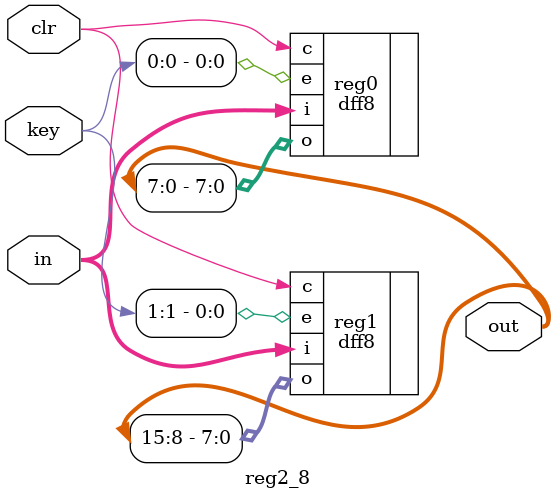
<source format=v>
`timescale 1ns / 1ps


module reg2_8(
    input [7:0] in,
    output [15:0] out,
    input [1:0] key,
    input clr
    );
   
    dff8 reg0(
        .i(in),
        .e(key[0]),
        .c(clr),
        .o(out[7:0])
        //.save(key[0])
        );
    dff8 reg1(
                .i(in),
                .e(key[1]),
                .c(clr),
                .o(out[15:8])
                //.save(key[1])
                );
   
endmodule

</source>
